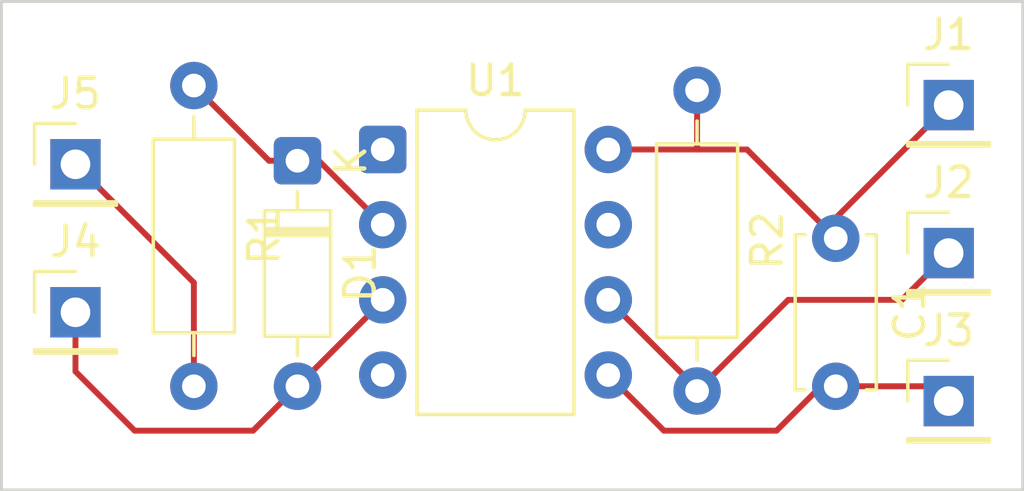
<source format=kicad_pcb>
(kicad_pcb (version 20241229) (generator "pcbnew") (generator_version "9.0")
  (layers (0 "F.Cu" signal) (2 "B.Cu" signal) (13 "F.Paste" user) (15 "B.Paste" user) (5 "F.SilkS" user "F.Silkscreen") (7 "B.SilkS" user "B.Silkscreen") (1 "F.Mask" user) (3 "B.Mask" user) (25 "Edge.Cuts" user))
  (net 0 "")
  (net 1 "GND")
  (net 2 "+5V")
  (net 3 "Net-(D1-K)")
  (net 4 "Net-(D1-A)")
  (net 8 "Net-(J2-Pin_1)")
  (net 9 "Net-(J5-Pin_1)")
  (footprint "Resistor_THT:R_Axial_DIN0207_L6.3mm_D2.5mm_P10.16mm_Horizontal" (layer "F.Cu") (at 18.5 14.84 -90)
    (property "Reference" "R1" (at 5.08 -2.37 90) (layer "F.SilkS"))
    (property "Value" "220R")
    (fp_line (start 1.04 0) (end 1.81 0) (stroke (width 0.12)) (layer "F.SilkS"))
    (fp_line (start 9.12 0) (end 8.35 0) (stroke (width 0.12)) (layer "F.SilkS"))
    (fp_rect (start 1.81 -1.37) (end 8.35 1.37) (stroke (width 0.12)) (fill no) (layer "F.SilkS"))
    (pad "1" thru_hole circle (at 0 0 270) (size 1.6 1.6) (drill 0.8) (layers "*.Cu" "*.Mask") (net 3 "Net-(D1-K)"))
    (pad "2" thru_hole circle (at 10.16 0 270) (size 1.6 1.6) (drill 0.8) (layers "*.Cu" "*.Mask") (net 9 "Net-(J5-Pin_1)"))
  )
  (footprint "Resistor_THT:R_Axial_DIN0207_L6.3mm_D2.5mm_P10.16mm_Horizontal" (layer "F.Cu") (at 35.5 15 -90)
    (property "Reference" "R2" (at 5.08 -2.37 90) (layer "F.SilkS"))
    (property "Value" "1K")
    (fp_line (start 1.04 0) (end 1.81 0) (stroke (width 0.12)) (layer "F.SilkS"))
    (fp_line (start 9.12 0) (end 8.35 0) (stroke (width 0.12)) (layer "F.SilkS"))
    (fp_rect (start 1.81 -1.37) (end 8.35 1.37) (stroke (width 0.12)) (fill no) (layer "F.SilkS"))
    (pad "1" thru_hole circle (at 0 0 270) (size 1.6 1.6) (drill 0.8) (layers "*.Cu" "*.Mask") (net 2 "+5V"))
    (pad "2" thru_hole circle (at 10.16 0 270) (size 1.6 1.6) (drill 0.8) (layers "*.Cu" "*.Mask") (net 8 "Net-(J2-Pin_1)"))
  )
  (footprint "Connector_PinHeader_2.54mm:PinHeader_1x01_P2.54mm_Vertical" (layer "F.Cu") (at 44 15.5)
    (property "Reference" "J1" (at 0 -2.38 0) (layer "F.SilkS"))
    (property "Value" "Conn_01x01" (hide yes))
    (fp_line (start -1.38 -1.38) (end 0 -1.38) (stroke (width 0.12)) (layer "F.SilkS"))
    (fp_line (start -1.38 0) (end -1.38 -1.38) (stroke (width 0.12)) (layer "F.SilkS"))
    (fp_line (start -1.38 1.27) (end -1.38 1.38) (stroke (width 0.12)) (layer "F.SilkS"))
    (fp_line (start -1.38 1.27) (end 1.38 1.27) (stroke (width 0.12)) (layer "F.SilkS"))
    (fp_line (start -1.38 1.38) (end 1.38 1.38) (stroke (width 0.12)) (layer "F.SilkS"))
    (fp_line (start 1.38 1.27) (end 1.38 1.38) (stroke (width 0.12)) (layer "F.SilkS"))
    (pad "1" thru_hole rect (at 0 0) (size 1.7 1.7) (drill 1) (layers "*.Cu" "*.Mask") (net 2 "+5V"))
  )
  (footprint "Diode_THT:D_DO-35_SOD27_P7.62mm_Horizontal" (layer "F.Cu") (at 22 17.38 -90)
    (property "Reference" "D1" (at 3.81 -2.12 90) (layer "F.SilkS"))
    (property "Value" "1N4148")
    (fp_line (start 1.04 0) (end 1.69 0) (stroke (width 0.12)) (layer "F.SilkS"))
    (fp_line (start 6.58 0) (end 5.93 0) (stroke (width 0.12)) (layer "F.SilkS"))
    (fp_line (start 2.29 -1.12) (end 2.29 1.12) (stroke (width 0.12)) (layer "F.SilkS"))
    (fp_line (start 2.41 -1.12) (end 2.41 1.12) (stroke (width 0.12)) (layer "F.SilkS"))
    (fp_line (start 2.53 -1.12) (end 2.53 1.12) (stroke (width 0.12)) (layer "F.SilkS"))
    (fp_rect (start 1.69 -1.12) (end 5.93 1.12) (stroke (width 0.12)) (fill no) (layer "F.SilkS"))
    (fp_text user "K" (at 0 -1.8 90) (layer "F.SilkS"))
    (pad "1" thru_hole roundrect (at 0 0 270) (size 1.6 1.6) (drill 0.8) (layers "*.Cu" "*.Mask") (roundrect_rratio 0.15625) (net 3 "Net-(D1-K)"))
    (pad "2" thru_hole circle (at 7.62 0 270) (size 1.6 1.6) (drill 0.8) (layers "*.Cu" "*.Mask") (net 4 "Net-(D1-A)"))
  )
  (footprint "Connector_PinHeader_2.54mm:PinHeader_1x01_P2.54mm_Vertical" (layer "F.Cu") (at 14.5 17.5)
    (property "Reference" "J5" (at 0 -2.38 0) (layer "F.SilkS"))
    (property "Value" "Conn_01x01" (hide yes))
    (fp_line (start -1.38 -1.38) (end 0 -1.38) (stroke (width 0.12)) (layer "F.SilkS"))
    (fp_line (start -1.38 0) (end -1.38 -1.38) (stroke (width 0.12)) (layer "F.SilkS"))
    (fp_line (start -1.38 1.27) (end -1.38 1.38) (stroke (width 0.12)) (layer "F.SilkS"))
    (fp_line (start -1.38 1.27) (end 1.38 1.27) (stroke (width 0.12)) (layer "F.SilkS"))
    (fp_line (start -1.38 1.38) (end 1.38 1.38) (stroke (width 0.12)) (layer "F.SilkS"))
    (fp_line (start 1.38 1.27) (end 1.38 1.38) (stroke (width 0.12)) (layer "F.SilkS"))
    (pad "1" thru_hole rect (at 0 0) (size 1.7 1.7) (drill 1) (layers "*.Cu" "*.Mask") (net 9 "Net-(J5-Pin_1)"))
  )
  (footprint "Package_DIP:DIP-8_W7.62mm" (layer "F.Cu") (at 24.88 17)
    (property "Reference" "U1" (at 3.81 -2.33 0) (layer "F.SilkS"))
    (property "Value" "6N137")
    (fp_line (start 1.16 -1.33) (end 1.16 8.95) (stroke (width 0.12)) (layer "F.SilkS"))
    (fp_line (start 1.16 8.95) (end 6.46 8.95) (stroke (width 0.12)) (layer "F.SilkS"))
    (fp_line (start 2.81 -1.33) (end 1.16 -1.33) (stroke (width 0.12)) (layer "F.SilkS"))
    (fp_line (start 6.46 -1.33) (end 4.81 -1.33) (stroke (width 0.12)) (layer "F.SilkS"))
    (fp_line (start 6.46 8.95) (end 6.46 -1.33) (stroke (width 0.12)) (layer "F.SilkS"))
    (fp_arc (start 4.81 -1.33) (mid 3.81 -0.33) (end 2.81 -1.33) (stroke (width 0.12)) (layer "F.SilkS"))
    (pad "1" thru_hole roundrect (at 0 0) (size 1.6 1.6) (drill 0.8) (layers "*.Cu" "*.Mask") (roundrect_rratio 0.15625))
    (pad "2" thru_hole circle (at 0 2.54) (size 1.6 1.6) (drill 0.8) (layers "*.Cu" "*.Mask") (net 3 "Net-(D1-K)"))
    (pad "3" thru_hole circle (at 0 5.08) (size 1.6 1.6) (drill 0.8) (layers "*.Cu" "*.Mask") (net 4 "Net-(D1-A)"))
    (pad "4" thru_hole circle (at 0 7.62) (size 1.6 1.6) (drill 0.8) (layers "*.Cu" "*.Mask"))
    (pad "5" thru_hole circle (at 7.62 7.62) (size 1.6 1.6) (drill 0.8) (layers "*.Cu" "*.Mask") (net 1 "GND"))
    (pad "6" thru_hole circle (at 7.62 5.08) (size 1.6 1.6) (drill 0.8) (layers "*.Cu" "*.Mask") (net 8 "Net-(J2-Pin_1)"))
    (pad "7" thru_hole circle (at 7.62 2.54) (size 1.6 1.6) (drill 0.8) (layers "*.Cu" "*.Mask"))
    (pad "8" thru_hole circle (at 7.62 0) (size 1.6 1.6) (drill 0.8) (layers "*.Cu" "*.Mask") (net 2 "+5V"))
  )
  (footprint "Connector_PinHeader_2.54mm:PinHeader_1x01_P2.54mm_Vertical" (layer "F.Cu") (at 14.5 22.5)
    (property "Reference" "J4" (at 0 -2.38 0) (layer "F.SilkS"))
    (property "Value" "Conn_01x01" (hide yes))
    (fp_line (start -1.38 -1.38) (end 0 -1.38) (stroke (width 0.12)) (layer "F.SilkS"))
    (fp_line (start -1.38 0) (end -1.38 -1.38) (stroke (width 0.12)) (layer "F.SilkS"))
    (fp_line (start -1.38 1.27) (end -1.38 1.38) (stroke (width 0.12)) (layer "F.SilkS"))
    (fp_line (start -1.38 1.27) (end 1.38 1.27) (stroke (width 0.12)) (layer "F.SilkS"))
    (fp_line (start -1.38 1.38) (end 1.38 1.38) (stroke (width 0.12)) (layer "F.SilkS"))
    (fp_line (start 1.38 1.27) (end 1.38 1.38) (stroke (width 0.12)) (layer "F.SilkS"))
    (pad "1" thru_hole rect (at 0 0) (size 1.7 1.7) (drill 1) (layers "*.Cu" "*.Mask") (net 4 "Net-(D1-A)"))
  )
  (footprint "Connector_PinHeader_2.54mm:PinHeader_1x01_P2.54mm_Vertical" (layer "F.Cu") (at 44 20.5)
    (property "Reference" "J2" (at 0 -2.38 0) (layer "F.SilkS"))
    (property "Value" "Conn_01x01" (hide yes))
    (fp_line (start -1.38 -1.38) (end 0 -1.38) (stroke (width 0.12)) (layer "F.SilkS"))
    (fp_line (start -1.38 0) (end -1.38 -1.38) (stroke (width 0.12)) (layer "F.SilkS"))
    (fp_line (start -1.38 1.27) (end -1.38 1.38) (stroke (width 0.12)) (layer "F.SilkS"))
    (fp_line (start -1.38 1.27) (end 1.38 1.27) (stroke (width 0.12)) (layer "F.SilkS"))
    (fp_line (start -1.38 1.38) (end 1.38 1.38) (stroke (width 0.12)) (layer "F.SilkS"))
    (fp_line (start 1.38 1.27) (end 1.38 1.38) (stroke (width 0.12)) (layer "F.SilkS"))
    (pad "1" thru_hole rect (at 0 0) (size 1.7 1.7) (drill 1) (layers "*.Cu" "*.Mask") (net 8 "Net-(J2-Pin_1)"))
  )
  (footprint "Capacitor_THT:C_Disc_D5.0mm_W2.5mm_P5.00mm" (layer "F.Cu") (at 40.185 20 -90)
    (property "Reference" "C1" (at 2.5 -2.5 90) (layer "F.SilkS"))
    (property "Value" "100nF")
    (fp_line (start -0.12 1.37) (end -0.12 1.033) (stroke (width 0.12)) (layer "F.SilkS"))
    (fp_line (start 5.12 1.37) (end -0.12 1.37) (stroke (width 0.12)) (layer "F.SilkS"))
    (fp_line (start 5.12 1.033) (end 5.12 1.37) (stroke (width 0.12)) (layer "F.SilkS"))
    (fp_line (start -0.12 -1.033) (end -0.12 -1.37) (stroke (width 0.12)) (layer "F.SilkS"))
    (fp_line (start -0.12 -1.37) (end 5.12 -1.37) (stroke (width 0.12)) (layer "F.SilkS"))
    (fp_line (start 5.12 -1.37) (end 5.12 -1.033) (stroke (width 0.12)) (layer "F.SilkS"))
    (pad "1" thru_hole circle (at 0 0 270) (size 1.6 1.6) (drill 0.8) (layers "*.Cu" "*.Mask") (net 2 "+5V"))
    (pad "2" thru_hole circle (at 5 0 270) (size 1.6 1.6) (drill 0.8) (layers "*.Cu" "*.Mask") (net 1 "GND"))
  )
  (footprint "Connector_PinHeader_2.54mm:PinHeader_1x01_P2.54mm_Vertical" (layer "F.Cu") (at 44 25.5)
    (property "Reference" "J3" (at 0 -2.38 0) (layer "F.SilkS"))
    (property "Value" "Conn_01x01" (hide yes))
    (fp_line (start -1.38 -1.38) (end 0 -1.38) (stroke (width 0.12)) (layer "F.SilkS"))
    (fp_line (start -1.38 0) (end -1.38 -1.38) (stroke (width 0.12)) (layer "F.SilkS"))
    (fp_line (start -1.38 1.27) (end -1.38 1.38) (stroke (width 0.12)) (layer "F.SilkS"))
    (fp_line (start -1.38 1.27) (end 1.38 1.27) (stroke (width 0.12)) (layer "F.SilkS"))
    (fp_line (start -1.38 1.38) (end 1.38 1.38) (stroke (width 0.12)) (layer "F.SilkS"))
    (fp_line (start 1.38 1.27) (end 1.38 1.38) (stroke (width 0.12)) (layer "F.SilkS"))
    (pad "1" thru_hole rect (at 0 0) (size 1.7 1.7) (drill 1) (layers "*.Cu" "*.Mask") (net 1 "GND"))
  )
  (gr_line (start 46.5 12) (end 46.5 28.5) (stroke (width 0.1)) (layer "Edge.Cuts"))
  (gr_line (start 12 12) (end 12 28.5) (stroke (width 0.1)) (layer "Edge.Cuts"))
  (gr_line (start 46.5 28.5) (end 12 28.5) (stroke (width 0.1)) (layer "Edge.Cuts"))
  (gr_line (start 12 12) (end 46.5 12) (stroke (width 0.1)) (layer "Edge.Cuts"))
  (segment (start 32.5 24.62) (end 34.38 26.5) (width 0.2) (layer "F.Cu") (net 1))
  (segment (start 40.185 25) (end 43.5 25) (width 0.2) (layer "F.Cu") (net 1))
  (segment (start 34.38 26.5) (end 38.185 26.5) (width 0.2) (layer "F.Cu") (net 1))
  (segment (start 43.5 25) (end 44 25.5) (width 0.2) (layer "F.Cu") (net 1))
  (segment (start 38.185 26.5) (end 40.185 24.5) (width 0.2) (layer "F.Cu") (net 1))
  (segment (start 35.5 17) (end 35.5 15) (width 0.2) (layer "F.Cu") (net 2))
  (segment (start 37.185 17) (end 40.185 20) (width 0.2) (layer "F.Cu") (net 2))
  (segment (start 40.185 20) (end 40.5 20) (width 0.2) (layer "F.Cu") (net 2))
  (segment (start 40.185 20) (end 40.185 19.315) (width 0.2) (layer "F.Cu") (net 2))
  (segment (start 40.185 19.315) (end 44 15.5) (width 0.2) (layer "F.Cu") (net 2))
  (segment (start 35.5 17) (end 37.185 17) (width 0.2) (layer "F.Cu") (net 2))
  (segment (start 32.5 17) (end 35.5 17) (width 0.2) (layer "F.Cu") (net 2))
  (segment (start 18.5 14.84) (end 21.04 17.38) (width 0.2) (layer "F.Cu") (net 3))
  (segment (start 21.04 17.38) (end 22 17.38) (width 0.2) (layer "F.Cu") (net 3))
  (segment (start 22.72 17.38) (end 24.88 19.54) (width 0.2) (layer "F.Cu") (net 3))
  (segment (start 22 17.38) (end 22.72 17.38) (width 0.2) (layer "F.Cu") (net 3))
  (segment (start 14.5 24.5) (end 14.5 22.5) (width 0.2) (layer "F.Cu") (net 4))
  (segment (start 20.5 26.5) (end 16.5 26.5) (width 0.2) (layer "F.Cu") (net 4))
  (segment (start 24.65 22.31) (end 24.88 22.08) (width 0.2) (layer "F.Cu") (net 4))
  (segment (start 22 25) (end 20.5 26.5) (width 0.2) (layer "F.Cu") (net 4))
  (segment (start 22 25) (end 24.88 22.12) (width 0.2) (layer "F.Cu") (net 4))
  (segment (start 24.88 22.12) (end 24.88 22.08) (width 0.2) (layer "F.Cu") (net 4))
  (segment (start 16.5 26.5) (end 14.5 24.5) (width 0.2) (layer "F.Cu") (net 4))
  (segment (start 35.5 25.16) (end 38.58 22.08) (width 0.2) (layer "F.Cu") (net 8))
  (segment (start 42.42 22.08) (end 44 20.5) (width 0.2) (layer "F.Cu") (net 8))
  (segment (start 32.5 22.08) (end 35.5 25.08) (width 0.2) (layer "F.Cu") (net 8))
  (segment (start 35.5 25.08) (end 35.5 25.16) (width 0.2) (layer "F.Cu") (net 8))
  (segment (start 38.58 22.08) (end 42.42 22.08) (width 0.2) (layer "F.Cu") (net 8))
  (segment (start 18.5 21.5) (end 18.5 25) (width 0.2) (layer "F.Cu") (net 9))
  (segment (start 14.5 17.5) (end 18.5 21.5) (width 0.2) (layer "F.Cu") (net 9))
)
</source>
